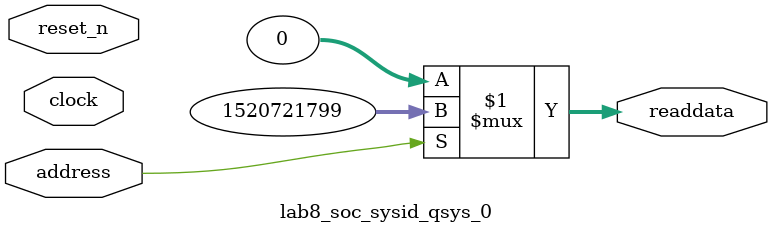
<source format=v>

`timescale 1ns / 1ps
// synthesis translate_on

// turn off superfluous verilog processor warnings 
// altera message_level Level1 
// altera message_off 10034 10035 10036 10037 10230 10240 10030 

module lab8_soc_sysid_qsys_0 (
               // inputs:
                address,
                clock,
                reset_n,

               // outputs:
                readdata
             )
;

  output  [ 31: 0] readdata;
  input            address;
  input            clock;
  input            reset_n;

  wire    [ 31: 0] readdata;
  //control_slave, which is an e_avalon_slave
  assign readdata = address ? 1520721799 : 0;

endmodule




</source>
